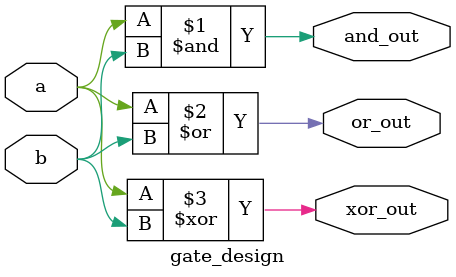
<source format=v>
module gate_design(
    input a, b,
    output and_out, or_out, xor_out
);
    assign and_out = a & b;
    assign or_out = a | b;
    assign xor_out = a ^ b;
endmodule
</source>
